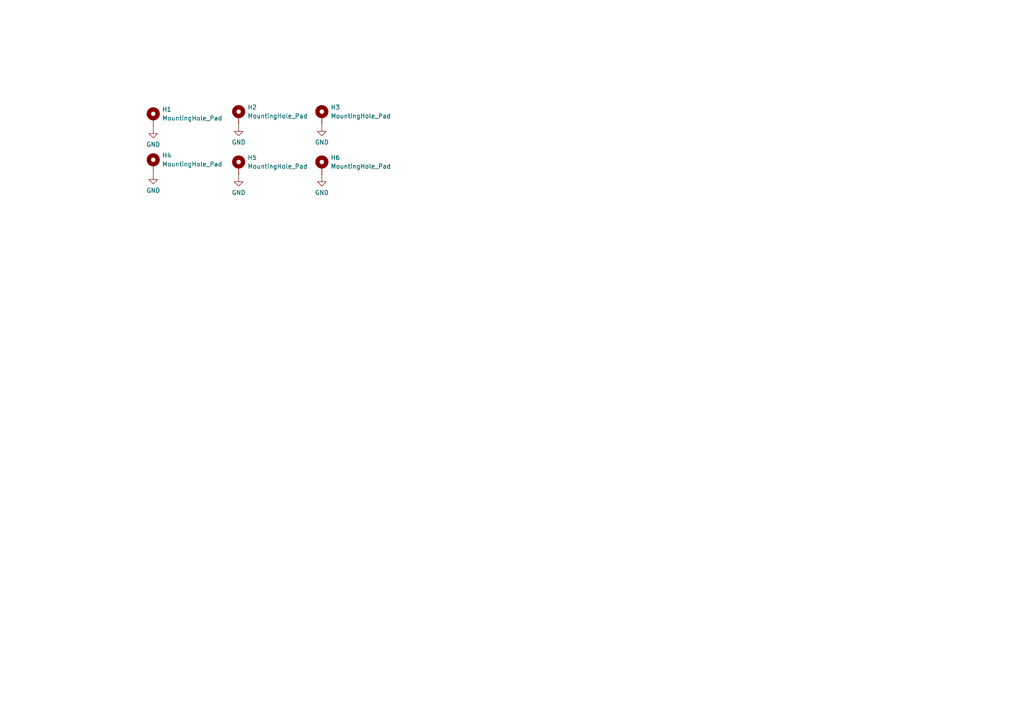
<source format=kicad_sch>
(kicad_sch (version 20250114) (generator "eeschema") (generator_version "9.0")
  (paper "A4")
  (lib_symbols
    (symbol "Mechanical:MountingHole_Pad" (pin_numbers (hide yes)) (pin_names (offset 1.016) (hide yes)) (in_bom no)
      (property "Reference" "H" (at 0 6.35 0))
      (property "Value" "MountingHole_Pad" (at 0 4.445 0))
      (symbol "MountingHole_Pad_0_1"
        (circle (center 0 1.27) (radius 1.27) (stroke (width 1.27)))
      )
      (symbol "MountingHole_Pad_1_1"
        (pin input line (at 0 -2.54 90) (length 2.54) (name "1") (number "1"))
      )
    )
    (symbol "power:GND" (power) (pin_numbers (hide yes)) (pin_names (offset 0) (hide yes))
      (property "Value" "GND" (at 0 -3.81 0))
      (symbol "GND_0_1"
        (polyline (pts (xy 0 0) (xy 0 -1.27) (xy 1.27 -1.27) (xy 0 -2.54) (xy -1.27 -1.27) (xy 0 -1.27)))
      )
      (symbol "GND_1_1"
        (pin power_in line (at 0 0 270) (length 0) (name "~") (number "1"))
      )
    )
  )
  (wire (pts (xy 69.215 36.83) (xy 69.215 36.195)))
  (wire (pts (xy 44.45 50.8) (xy 44.45 50.165)))
  (wire (pts (xy 93.345 36.83) (xy 93.345 36.195)))
  (wire (pts (xy 69.215 51.435) (xy 69.215 50.8)))
  (wire (pts (xy 93.345 51.435) (xy 93.345 50.8)))
  (wire (pts (xy 44.45 37.465) (xy 44.45 36.83)))
  (symbol (lib_id "Mechanical:MountingHole_Pad") (at 69.215 48.26 0) (unit 1) (in_bom no)
    (property "Reference" "H5" (at 71.755 45.7199 0) (effects (justify left)))
    (property "Value" "MountingHole_Pad" (at 71.755 48.2599 0) (effects (justify left)))
    (property "Footprint" "MountingHole:MountingHole_3.2mm_M3_Pad_Via" (effects (hide yes)))
    (property "Description" "Mounting Hole with connection" (effects (hide yes)))
  )
  (symbol (lib_id "Mechanical:MountingHole_Pad") (at 93.345 48.26 0) (unit 1) (in_bom no)
    (property "Reference" "H6" (at 95.885 45.7199 0) (effects (justify left)))
    (property "Value" "MountingHole_Pad" (at 95.885 48.2599 0) (effects (justify left)))
    (property "Footprint" "MountingHole:MountingHole_3.2mm_M3_Pad_Via" (effects (hide yes)))
    (property "Description" "Mounting Hole with connection" (effects (hide yes)))
  )
  (symbol (lib_id "power:GND") (at 44.45 37.465 0) (unit 1)
    (property "Reference" "#PWR09" (effects (hide yes)))
    (property "Value" "GND" (at 44.45 41.91 0))
    (property "Description" "Power symbol creates a global label with name \"GND\" , ground" (effects (hide yes)))
  )
  (symbol (lib_id "power:GND") (at 44.45 50.8 0) (unit 1)
    (property "Reference" "#PWR010" (effects (hide yes)))
    (property "Value" "GND" (at 44.45 55.245 0))
    (property "Description" "Power symbol creates a global label with name \"GND\" , ground" (effects (hide yes)))
  )
  (symbol (lib_id "power:GND") (at 93.345 51.435 0) (unit 1)
    (property "Reference" "#PWR012" (effects (hide yes)))
    (property "Value" "GND" (at 93.345 55.88 0))
    (property "Description" "Power symbol creates a global label with name \"GND\" , ground" (effects (hide yes)))
  )
  (symbol (lib_id "Mechanical:MountingHole_Pad") (at 93.345 33.655 0) (unit 1) (in_bom no)
    (property "Reference" "H3" (at 95.885 31.1149 0) (effects (justify left)))
    (property "Value" "MountingHole_Pad" (at 95.885 33.6549 0) (effects (justify left)))
    (property "Footprint" "MountingHole:MountingHole_3.2mm_M3_Pad_Via" (effects (hide yes)))
    (property "Description" "Mounting Hole with connection" (effects (hide yes)))
  )
  (symbol (lib_id "power:GND") (at 69.215 51.435 0) (unit 1)
    (property "Reference" "#PWR011" (effects (hide yes)))
    (property "Value" "GND" (at 69.215 55.88 0))
    (property "Description" "Power symbol creates a global label with name \"GND\" , ground" (effects (hide yes)))
  )
  (symbol (lib_id "power:GND") (at 69.215 36.83 0) (unit 1)
    (property "Reference" "#PWR014" (effects (hide yes)))
    (property "Value" "GND" (at 69.215 41.275 0))
    (property "Description" "Power symbol creates a global label with name \"GND\" , ground" (effects (hide yes)))
  )
  (symbol (lib_id "power:GND") (at 93.345 36.83 0) (unit 1)
    (property "Reference" "#PWR013" (effects (hide yes)))
    (property "Value" "GND" (at 93.345 41.275 0))
    (property "Description" "Power symbol creates a global label with name \"GND\" , ground" (effects (hide yes)))
  )
  (symbol (lib_id "Mechanical:MountingHole_Pad") (at 44.45 34.29 0) (unit 1) (in_bom no)
    (property "Reference" "H1" (at 46.99 31.7499 0) (effects (justify left)))
    (property "Value" "MountingHole_Pad" (at 46.99 34.2899 0) (effects (justify left)))
    (property "Footprint" "MountingHole:MountingHole_3.2mm_M3_Pad_Via" (effects (hide yes)))
    (property "Description" "Mounting Hole with connection" (effects (hide yes)))
  )
  (symbol (lib_id "Mechanical:MountingHole_Pad") (at 44.45 47.625 0) (unit 1) (in_bom no)
    (property "Reference" "H4" (at 46.99 45.0849 0) (effects (justify left)))
    (property "Value" "MountingHole_Pad" (at 46.99 47.6249 0) (effects (justify left)))
    (property "Footprint" "MountingHole:MountingHole_3.2mm_M3_Pad_Via" (effects (hide yes)))
    (property "Description" "Mounting Hole with connection" (effects (hide yes)))
  )
  (symbol (lib_id "Mechanical:MountingHole_Pad") (at 69.215 33.655 0) (unit 1) (in_bom no)
    (property "Reference" "H2" (at 71.755 31.1149 0) (effects (justify left)))
    (property "Value" "MountingHole_Pad" (at 71.755 33.6549 0) (effects (justify left)))
    (property "Footprint" "MountingHole:MountingHole_3.2mm_M3_Pad_Via" (effects (hide yes)))
    (property "Description" "Mounting Hole with connection" (effects (hide yes)))
  )
)
</source>
